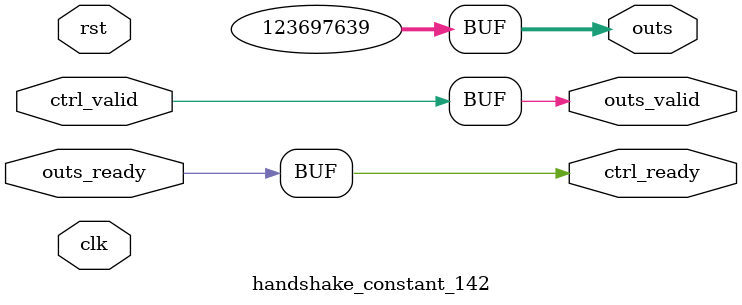
<source format=v>
`timescale 1ns / 1ps
module handshake_constant_142 #(
  parameter DATA_WIDTH = 32  // Default set to 32 bits
) (
  input                       clk,
  input                       rst,
  // Input Channel
  input                       ctrl_valid,
  output                      ctrl_ready,
  // Output Channel
  output [DATA_WIDTH - 1 : 0] outs,
  output                      outs_valid,
  input                       outs_ready
);
  assign outs       = 27'b111010111110111100111100111;
  assign outs_valid = ctrl_valid;
  assign ctrl_ready = outs_ready;

endmodule

</source>
